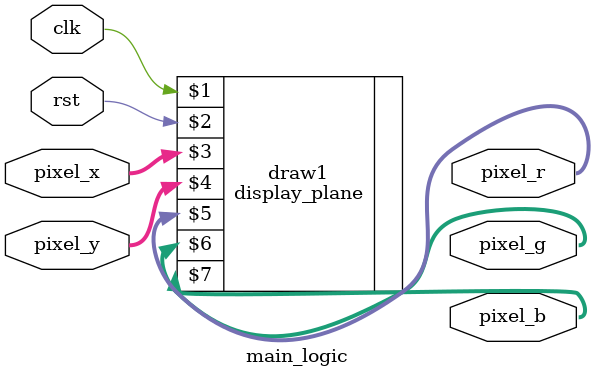
<source format=v>
`timescale 1ns / 1ps
module main_logic(clk, rst, pixel_x, pixel_y, pixel_r, pixel_g, pixel_b);

    input clk;
    input rst;
    input [9:0] pixel_x;
    input [9:0] pixel_y;
	 
    output [7:0] pixel_r;
    output [7:0] pixel_g;
    output [7:0] pixel_b;
	 
	 display_plane draw1(clk, rst, pixel_x, pixel_y, pixel_r, pixel_g, pixel_b);

endmodule

</source>
